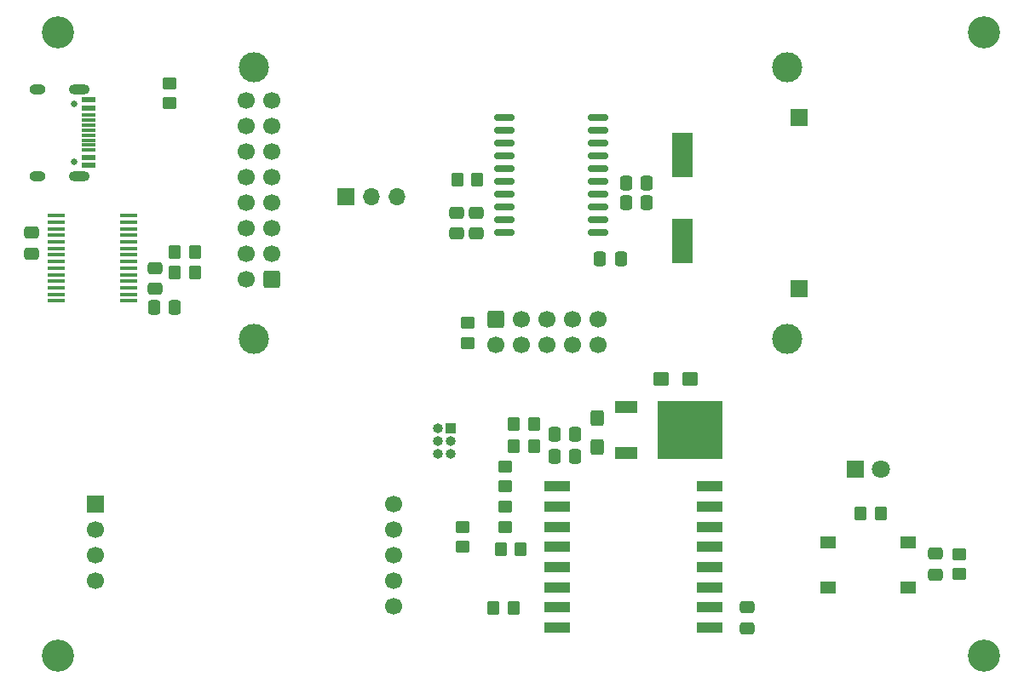
<source format=gbr>
%TF.GenerationSoftware,KiCad,Pcbnew,(6.0.11)*%
%TF.CreationDate,2024-04-14T23:22:21+03:00*%
%TF.ProjectId,avr-co2-detector,6176722d-636f-4322-9d64-65746563746f,rev. 1*%
%TF.SameCoordinates,Original*%
%TF.FileFunction,Soldermask,Top*%
%TF.FilePolarity,Negative*%
%FSLAX46Y46*%
G04 Gerber Fmt 4.6, Leading zero omitted, Abs format (unit mm)*
G04 Created by KiCad (PCBNEW (6.0.11)) date 2024-04-14 23:22:21*
%MOMM*%
%LPD*%
G01*
G04 APERTURE LIST*
G04 Aperture macros list*
%AMRoundRect*
0 Rectangle with rounded corners*
0 $1 Rounding radius*
0 $2 $3 $4 $5 $6 $7 $8 $9 X,Y pos of 4 corners*
0 Add a 4 corners polygon primitive as box body*
4,1,4,$2,$3,$4,$5,$6,$7,$8,$9,$2,$3,0*
0 Add four circle primitives for the rounded corners*
1,1,$1+$1,$2,$3*
1,1,$1+$1,$4,$5*
1,1,$1+$1,$6,$7*
1,1,$1+$1,$8,$9*
0 Add four rect primitives between the rounded corners*
20,1,$1+$1,$2,$3,$4,$5,0*
20,1,$1+$1,$4,$5,$6,$7,0*
20,1,$1+$1,$6,$7,$8,$9,0*
20,1,$1+$1,$8,$9,$2,$3,0*%
G04 Aperture macros list end*
%ADD10C,3.200000*%
%ADD11R,2.500000X1.000000*%
%ADD12RoundRect,0.250000X-0.350000X-0.450000X0.350000X-0.450000X0.350000X0.450000X-0.350000X0.450000X0*%
%ADD13R,1.550000X1.300000*%
%ADD14RoundRect,0.250000X0.337500X0.475000X-0.337500X0.475000X-0.337500X-0.475000X0.337500X-0.475000X0*%
%ADD15RoundRect,0.250000X-0.450000X0.350000X-0.450000X-0.350000X0.450000X-0.350000X0.450000X0.350000X0*%
%ADD16C,3.000000*%
%ADD17RoundRect,0.250000X0.425000X-0.537500X0.425000X0.537500X-0.425000X0.537500X-0.425000X-0.537500X0*%
%ADD18C,0.650000*%
%ADD19R,1.450000X0.600000*%
%ADD20R,1.450000X0.300000*%
%ADD21O,2.100000X1.000000*%
%ADD22O,1.600000X1.000000*%
%ADD23R,1.700000X1.700000*%
%ADD24C,1.700000*%
%ADD25R,2.000000X4.500000*%
%ADD26RoundRect,0.250000X0.450000X-0.350000X0.450000X0.350000X-0.450000X0.350000X-0.450000X-0.350000X0*%
%ADD27RoundRect,0.150000X0.875000X0.150000X-0.875000X0.150000X-0.875000X-0.150000X0.875000X-0.150000X0*%
%ADD28RoundRect,0.250000X0.600000X0.600000X-0.600000X0.600000X-0.600000X-0.600000X0.600000X-0.600000X0*%
%ADD29RoundRect,0.250000X-0.475000X0.337500X-0.475000X-0.337500X0.475000X-0.337500X0.475000X0.337500X0*%
%ADD30R,2.200000X1.200000*%
%ADD31R,6.400000X5.800000*%
%ADD32RoundRect,0.250000X0.475000X-0.337500X0.475000X0.337500X-0.475000X0.337500X-0.475000X-0.337500X0*%
%ADD33R,1.800000X1.800000*%
%ADD34C,1.800000*%
%ADD35R,1.750000X0.450000*%
%ADD36RoundRect,0.250000X0.350000X0.450000X-0.350000X0.450000X-0.350000X-0.450000X0.350000X-0.450000X0*%
%ADD37RoundRect,0.250000X0.537500X0.425000X-0.537500X0.425000X-0.537500X-0.425000X0.537500X-0.425000X0*%
%ADD38O,1.700000X1.700000*%
%ADD39R,1.000000X1.000000*%
%ADD40O,1.000000X1.000000*%
%ADD41RoundRect,0.250000X-0.600000X0.600000X-0.600000X-0.600000X0.600000X-0.600000X0.600000X0.600000X0*%
G04 APERTURE END LIST*
D10*
%TO.C,REF\u002A\u002A*%
X179000000Y-130000000D03*
%TD*%
D11*
%TO.C,U5*%
X151800000Y-127200000D03*
X151800000Y-125200000D03*
X151800000Y-123200000D03*
X151800000Y-121200000D03*
X151800000Y-119200000D03*
X151800000Y-117200000D03*
X151800000Y-115200000D03*
X151800000Y-113200000D03*
X136600000Y-113200000D03*
X136600000Y-115200000D03*
X136600000Y-117200000D03*
X136600000Y-119200000D03*
X136600000Y-121200000D03*
X136600000Y-123200000D03*
X136600000Y-125200000D03*
X136600000Y-127200000D03*
%TD*%
D12*
%TO.C,R16*%
X130300000Y-125300000D03*
X132300000Y-125300000D03*
%TD*%
D13*
%TO.C,SW3*%
X171475000Y-123250000D03*
X163525000Y-123250000D03*
X163525000Y-118750000D03*
X171475000Y-118750000D03*
%TD*%
D14*
%TO.C,C3*%
X145537500Y-85000000D03*
X143462500Y-85000000D03*
%TD*%
D15*
%TO.C,R14*%
X131500000Y-111200000D03*
X131500000Y-113200000D03*
%TD*%
D16*
%TO.C,REF\u002A\u002A*%
X106500000Y-98500000D03*
%TD*%
D10*
%TO.C,REF\u002A\u002A*%
X179000000Y-68000000D03*
%TD*%
D17*
%TO.C,C12*%
X140600000Y-109237500D03*
X140600000Y-106362500D03*
%TD*%
D18*
%TO.C,J1*%
X88600000Y-75110000D03*
X88600000Y-80890000D03*
D19*
X90045000Y-74750000D03*
X90045000Y-75550000D03*
D20*
X90045000Y-76750000D03*
X90045000Y-77750000D03*
X90045000Y-78250000D03*
X90045000Y-79250000D03*
D19*
X90045000Y-80450000D03*
X90045000Y-81250000D03*
X90045000Y-81250000D03*
X90045000Y-80450000D03*
D20*
X90045000Y-79750000D03*
X90045000Y-78750000D03*
X90045000Y-77250000D03*
X90045000Y-76250000D03*
D19*
X90045000Y-75550000D03*
X90045000Y-74750000D03*
D21*
X89130000Y-73680000D03*
D22*
X84950000Y-73680000D03*
D21*
X89130000Y-82320000D03*
D22*
X84950000Y-82320000D03*
%TD*%
D23*
%TO.C,U3*%
X90697500Y-114920000D03*
D24*
X90697500Y-117460000D03*
X90697500Y-120000000D03*
X90697500Y-122540000D03*
X120397500Y-125080000D03*
X120397500Y-122540000D03*
X120397500Y-120000000D03*
X120397500Y-117460000D03*
X120397500Y-114920000D03*
%TD*%
D25*
%TO.C,Y1*%
X149100000Y-88750000D03*
X149100000Y-80250000D03*
%TD*%
D26*
%TO.C,R9*%
X176600000Y-121900000D03*
X176600000Y-119900000D03*
%TD*%
D16*
%TO.C,REF\u002A\u002A*%
X159500000Y-98500000D03*
%TD*%
D15*
%TO.C,R12*%
X131500000Y-115200000D03*
X131500000Y-117200000D03*
%TD*%
D10*
%TO.C,REF\u002A\u002A*%
X87000000Y-68000000D03*
%TD*%
%TO.C,REF\u002A\u002A*%
X87000000Y-130000000D03*
%TD*%
D27*
%TO.C,U1*%
X140650000Y-87915000D03*
X140650000Y-86645000D03*
X140650000Y-85375000D03*
X140650000Y-84105000D03*
X140650000Y-82835000D03*
X140650000Y-81565000D03*
X140650000Y-80295000D03*
X140650000Y-79025000D03*
X140650000Y-77755000D03*
X140650000Y-76485000D03*
X131350000Y-76485000D03*
X131350000Y-77755000D03*
X131350000Y-79025000D03*
X131350000Y-80295000D03*
X131350000Y-81565000D03*
X131350000Y-82835000D03*
X131350000Y-84105000D03*
X131350000Y-85375000D03*
X131350000Y-86645000D03*
X131350000Y-87915000D03*
%TD*%
D14*
%TO.C,C17*%
X138437500Y-108000000D03*
X136362500Y-108000000D03*
%TD*%
D28*
%TO.C,J4*%
X108240000Y-92620000D03*
D24*
X105700000Y-92620000D03*
X108240000Y-90080000D03*
X105700000Y-90080000D03*
X108240000Y-87540000D03*
X105700000Y-87540000D03*
X108240000Y-85000000D03*
X105700000Y-85000000D03*
X108240000Y-82460000D03*
X105700000Y-82460000D03*
X108240000Y-79920000D03*
X105700000Y-79920000D03*
X108240000Y-77380000D03*
X105700000Y-77380000D03*
X108240000Y-74840000D03*
X105700000Y-74840000D03*
%TD*%
D15*
%TO.C,R13*%
X127200000Y-117200000D03*
X127200000Y-119200000D03*
%TD*%
D12*
%TO.C,R8*%
X132300000Y-109200000D03*
X134300000Y-109200000D03*
%TD*%
%TO.C,R15*%
X132300000Y-107000000D03*
X134300000Y-107000000D03*
%TD*%
%TO.C,R3*%
X98600000Y-91900000D03*
X100600000Y-91900000D03*
%TD*%
D16*
%TO.C,REF\u002A\u002A*%
X159500000Y-71500000D03*
%TD*%
D14*
%TO.C,C2*%
X145537500Y-83000000D03*
X143462500Y-83000000D03*
%TD*%
D29*
%TO.C,C8*%
X84400000Y-87962500D03*
X84400000Y-90037500D03*
%TD*%
D30*
%TO.C,U4*%
X143500000Y-105320000D03*
D31*
X149800000Y-107600000D03*
D30*
X143500000Y-109880000D03*
%TD*%
D26*
%TO.C,R1*%
X127700000Y-98900000D03*
X127700000Y-96900000D03*
%TD*%
D32*
%TO.C,C14*%
X174200000Y-121937500D03*
X174200000Y-119862500D03*
%TD*%
%TO.C,C4*%
X126600000Y-88037500D03*
X126600000Y-85962500D03*
%TD*%
D15*
%TO.C,R7*%
X98100000Y-73100000D03*
X98100000Y-75100000D03*
%TD*%
D33*
%TO.C,D1*%
X166225000Y-111500000D03*
D34*
X168765000Y-111500000D03*
%TD*%
D12*
%TO.C,R2*%
X98600000Y-89900000D03*
X100600000Y-89900000D03*
%TD*%
D35*
%TO.C,U2*%
X86800000Y-86275000D03*
X86800000Y-86925000D03*
X86800000Y-87575000D03*
X86800000Y-88225000D03*
X86800000Y-88875000D03*
X86800000Y-89525000D03*
X86800000Y-90175000D03*
X86800000Y-90825000D03*
X86800000Y-91475000D03*
X86800000Y-92125000D03*
X86800000Y-92775000D03*
X86800000Y-93425000D03*
X86800000Y-94075000D03*
X86800000Y-94725000D03*
X94000000Y-94725000D03*
X94000000Y-94075000D03*
X94000000Y-93425000D03*
X94000000Y-92775000D03*
X94000000Y-92125000D03*
X94000000Y-91475000D03*
X94000000Y-90825000D03*
X94000000Y-90175000D03*
X94000000Y-89525000D03*
X94000000Y-88875000D03*
X94000000Y-88225000D03*
X94000000Y-87575000D03*
X94000000Y-86925000D03*
X94000000Y-86275000D03*
%TD*%
D12*
%TO.C,R10*%
X131000000Y-119400000D03*
X133000000Y-119400000D03*
%TD*%
D14*
%TO.C,C6*%
X98637500Y-95400000D03*
X96562500Y-95400000D03*
%TD*%
D16*
%TO.C,REF\u002A\u002A*%
X106500000Y-71500000D03*
%TD*%
D29*
%TO.C,C9*%
X96700000Y-91462500D03*
X96700000Y-93537500D03*
%TD*%
D12*
%TO.C,R4*%
X126700000Y-82700000D03*
X128700000Y-82700000D03*
%TD*%
D14*
%TO.C,C16*%
X138437500Y-110200000D03*
X136362500Y-110200000D03*
%TD*%
D23*
%TO.C,J3*%
X160700000Y-93500000D03*
%TD*%
D36*
%TO.C,R11*%
X168800000Y-115900000D03*
X166800000Y-115900000D03*
%TD*%
D37*
%TO.C,C15*%
X149837500Y-102500000D03*
X146962500Y-102500000D03*
%TD*%
D32*
%TO.C,C5*%
X128600000Y-88037500D03*
X128600000Y-85962500D03*
%TD*%
D14*
%TO.C,C1*%
X142937500Y-90600000D03*
X140862500Y-90600000D03*
%TD*%
D23*
%TO.C,J2*%
X160700000Y-76500000D03*
%TD*%
D29*
%TO.C,C13*%
X155500000Y-125225000D03*
X155500000Y-127300000D03*
%TD*%
D23*
%TO.C,JP1*%
X115600000Y-84400000D03*
D38*
X118140000Y-84400000D03*
X120680000Y-84400000D03*
%TD*%
D39*
%TO.C,J6*%
X126000002Y-107399998D03*
D40*
X124730002Y-107399998D03*
X126000002Y-108669998D03*
X124730002Y-108669998D03*
X126000002Y-109939998D03*
X124730002Y-109939998D03*
%TD*%
D41*
%TO.C,J5*%
X130500000Y-96600000D03*
D24*
X130500000Y-99140000D03*
X133040000Y-96600000D03*
X133040000Y-99140000D03*
X135580000Y-96600000D03*
X135580000Y-99140000D03*
X138120000Y-96600000D03*
X138120000Y-99140000D03*
X140660000Y-96600000D03*
X140660000Y-99140000D03*
%TD*%
M02*

</source>
